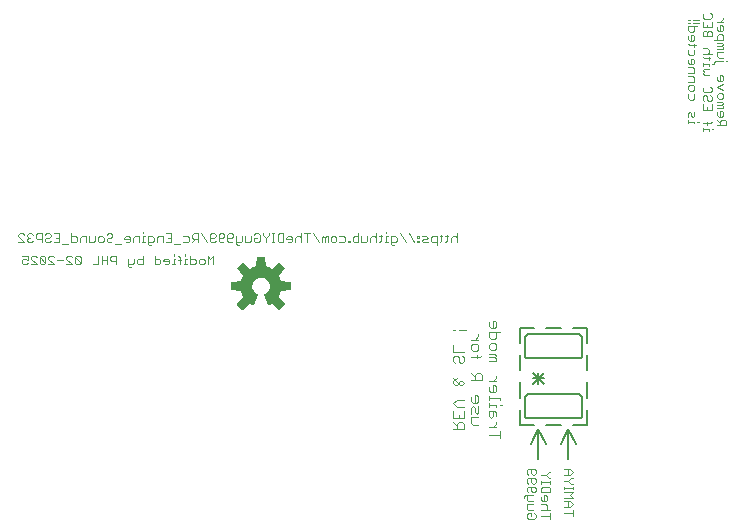
<source format=gbr>
G04 EAGLE Gerber RS-274X export*
G75*
%MOMM*%
%FSLAX34Y34*%
%LPD*%
%INSilkscreen Bottom*%
%IPPOS*%
%AMOC8*
5,1,8,0,0,1.08239X$1,22.5*%
G01*
%ADD10C,0.203200*%
%ADD11C,0.076200*%
%ADD12C,0.127000*%
%ADD13C,0.152400*%

G36*
X377375Y297430D02*
X377375Y297430D01*
X377431Y297430D01*
X377459Y297445D01*
X377491Y297450D01*
X377550Y297490D01*
X377586Y297508D01*
X377595Y297520D01*
X377611Y297531D01*
X381919Y301839D01*
X381936Y301866D01*
X381960Y301887D01*
X381981Y301939D01*
X382010Y301986D01*
X382013Y302018D01*
X382025Y302048D01*
X382022Y302103D01*
X382027Y302159D01*
X382015Y302189D01*
X382013Y302221D01*
X381979Y302284D01*
X381965Y302321D01*
X381954Y302331D01*
X381945Y302348D01*
X376978Y308439D01*
X378167Y310749D01*
X378174Y310775D01*
X378191Y310807D01*
X378983Y313281D01*
X386802Y314075D01*
X386833Y314085D01*
X386865Y314086D01*
X386914Y314113D01*
X386966Y314131D01*
X386989Y314154D01*
X387017Y314169D01*
X387049Y314215D01*
X387088Y314254D01*
X387098Y314285D01*
X387117Y314311D01*
X387130Y314381D01*
X387143Y314419D01*
X387141Y314434D01*
X387144Y314453D01*
X387144Y320547D01*
X387137Y320578D01*
X387139Y320610D01*
X387117Y320661D01*
X387105Y320716D01*
X387084Y320740D01*
X387072Y320770D01*
X387030Y320806D01*
X386995Y320849D01*
X386965Y320862D01*
X386941Y320883D01*
X386872Y320904D01*
X386836Y320920D01*
X386821Y320920D01*
X386802Y320925D01*
X378983Y321719D01*
X378191Y324193D01*
X378178Y324216D01*
X378167Y324251D01*
X376978Y326561D01*
X381945Y332652D01*
X381959Y332680D01*
X381980Y332704D01*
X381996Y332757D01*
X382021Y332807D01*
X382021Y332839D01*
X382030Y332870D01*
X382020Y332925D01*
X382020Y332981D01*
X382005Y333009D01*
X382000Y333041D01*
X381960Y333100D01*
X381942Y333136D01*
X381930Y333145D01*
X381919Y333161D01*
X377611Y337469D01*
X377584Y337486D01*
X377563Y337510D01*
X377511Y337531D01*
X377464Y337560D01*
X377432Y337563D01*
X377402Y337575D01*
X377347Y337572D01*
X377291Y337577D01*
X377261Y337565D01*
X377229Y337563D01*
X377166Y337529D01*
X377129Y337515D01*
X377119Y337504D01*
X377102Y337495D01*
X371011Y332528D01*
X368701Y333717D01*
X368675Y333724D01*
X368643Y333741D01*
X366169Y334533D01*
X365375Y342352D01*
X365367Y342378D01*
X365366Y342390D01*
X365365Y342393D01*
X365364Y342415D01*
X365337Y342464D01*
X365319Y342516D01*
X365296Y342539D01*
X365281Y342567D01*
X365235Y342599D01*
X365196Y342638D01*
X365165Y342648D01*
X365139Y342667D01*
X365069Y342680D01*
X365031Y342693D01*
X365016Y342691D01*
X364997Y342694D01*
X358903Y342694D01*
X358872Y342687D01*
X358840Y342689D01*
X358789Y342667D01*
X358734Y342655D01*
X358710Y342634D01*
X358680Y342622D01*
X358644Y342580D01*
X358601Y342545D01*
X358588Y342515D01*
X358567Y342491D01*
X358546Y342422D01*
X358530Y342386D01*
X358530Y342371D01*
X358528Y342364D01*
X358527Y342362D01*
X358527Y342361D01*
X358525Y342352D01*
X357731Y334533D01*
X355257Y333741D01*
X355234Y333728D01*
X355199Y333717D01*
X352889Y332528D01*
X346798Y337495D01*
X346770Y337509D01*
X346746Y337530D01*
X346693Y337546D01*
X346643Y337571D01*
X346611Y337571D01*
X346580Y337580D01*
X346525Y337570D01*
X346469Y337570D01*
X346441Y337555D01*
X346409Y337550D01*
X346350Y337510D01*
X346315Y337492D01*
X346305Y337480D01*
X346289Y337469D01*
X341981Y333161D01*
X341964Y333134D01*
X341940Y333113D01*
X341919Y333061D01*
X341890Y333014D01*
X341887Y332982D01*
X341875Y332952D01*
X341879Y332897D01*
X341873Y332841D01*
X341885Y332811D01*
X341887Y332779D01*
X341921Y332716D01*
X341935Y332679D01*
X341946Y332669D01*
X341955Y332652D01*
X346922Y326561D01*
X345733Y324251D01*
X345726Y324225D01*
X345709Y324193D01*
X344917Y321719D01*
X337098Y320925D01*
X337067Y320915D01*
X337035Y320914D01*
X336986Y320887D01*
X336934Y320869D01*
X336911Y320846D01*
X336883Y320831D01*
X336851Y320785D01*
X336812Y320746D01*
X336802Y320715D01*
X336783Y320689D01*
X336770Y320619D01*
X336757Y320581D01*
X336759Y320566D01*
X336756Y320547D01*
X336756Y314453D01*
X336763Y314422D01*
X336761Y314390D01*
X336783Y314339D01*
X336795Y314284D01*
X336816Y314260D01*
X336828Y314230D01*
X336870Y314194D01*
X336905Y314151D01*
X336935Y314138D01*
X336959Y314117D01*
X337028Y314096D01*
X337064Y314080D01*
X337079Y314080D01*
X337098Y314075D01*
X344917Y313281D01*
X345709Y310807D01*
X345722Y310784D01*
X345733Y310749D01*
X346922Y308439D01*
X341955Y302348D01*
X341941Y302320D01*
X341920Y302296D01*
X341904Y302243D01*
X341879Y302193D01*
X341879Y302161D01*
X341870Y302130D01*
X341880Y302075D01*
X341880Y302019D01*
X341895Y301991D01*
X341900Y301959D01*
X341940Y301900D01*
X341958Y301865D01*
X341970Y301855D01*
X341981Y301839D01*
X346289Y297531D01*
X346316Y297514D01*
X346337Y297490D01*
X346389Y297469D01*
X346436Y297440D01*
X346468Y297437D01*
X346498Y297425D01*
X346553Y297429D01*
X346609Y297423D01*
X346639Y297435D01*
X346671Y297437D01*
X346734Y297471D01*
X346771Y297485D01*
X346781Y297496D01*
X346798Y297505D01*
X352889Y302472D01*
X355198Y301282D01*
X355262Y301266D01*
X355325Y301243D01*
X355346Y301245D01*
X355366Y301240D01*
X355431Y301254D01*
X355497Y301261D01*
X355515Y301272D01*
X355535Y301277D01*
X355587Y301318D01*
X355643Y301354D01*
X355656Y301373D01*
X355671Y301385D01*
X355687Y301420D01*
X355723Y301474D01*
X359311Y310136D01*
X359316Y310168D01*
X359330Y310196D01*
X359330Y310252D01*
X359339Y310307D01*
X359330Y310338D01*
X359330Y310369D01*
X359305Y310420D01*
X359289Y310473D01*
X359267Y310496D01*
X359253Y310525D01*
X359197Y310571D01*
X359170Y310599D01*
X359156Y310604D01*
X359141Y310617D01*
X357764Y311361D01*
X356598Y312345D01*
X355658Y313547D01*
X354984Y314915D01*
X354603Y316393D01*
X354531Y317917D01*
X354773Y319423D01*
X355317Y320849D01*
X356141Y322133D01*
X357210Y323222D01*
X358478Y324070D01*
X359893Y324640D01*
X361395Y324910D01*
X362920Y324867D01*
X364404Y324514D01*
X365785Y323864D01*
X367004Y322947D01*
X368010Y321800D01*
X368761Y320471D01*
X369224Y319018D01*
X369381Y317499D01*
X369238Y316050D01*
X368815Y314656D01*
X368129Y313372D01*
X367205Y312246D01*
X366079Y311322D01*
X364761Y310617D01*
X364736Y310596D01*
X364707Y310582D01*
X364672Y310539D01*
X364631Y310503D01*
X364618Y310473D01*
X364598Y310448D01*
X364586Y310394D01*
X364565Y310343D01*
X364567Y310310D01*
X364560Y310278D01*
X364574Y310209D01*
X364577Y310170D01*
X364585Y310156D01*
X364589Y310136D01*
X368177Y301474D01*
X368216Y301420D01*
X368248Y301363D01*
X368265Y301351D01*
X368278Y301334D01*
X368336Y301303D01*
X368391Y301265D01*
X368412Y301262D01*
X368431Y301252D01*
X368497Y301251D01*
X368563Y301241D01*
X368586Y301248D01*
X368604Y301247D01*
X368639Y301264D01*
X368702Y301282D01*
X371011Y302472D01*
X377102Y297505D01*
X377130Y297491D01*
X377154Y297470D01*
X377207Y297454D01*
X377257Y297429D01*
X377289Y297429D01*
X377320Y297420D01*
X377375Y297430D01*
G37*
D10*
X628650Y184150D02*
X622300Y196850D01*
X622300Y171450D01*
X615950Y184150D02*
X622300Y196850D01*
X603250Y184150D02*
X596900Y196850D01*
X596900Y171450D01*
X590550Y184150D02*
X596900Y196850D01*
D11*
X618617Y125528D02*
X625989Y125528D01*
X625989Y123071D02*
X625989Y127986D01*
X623532Y130555D02*
X618617Y130555D01*
X623532Y130555D02*
X625989Y133012D01*
X623532Y135470D01*
X618617Y135470D01*
X622303Y135470D02*
X622303Y130555D01*
X618617Y138039D02*
X625989Y138039D01*
X623532Y140497D01*
X625989Y142954D01*
X618617Y142954D01*
X618617Y145523D02*
X618617Y147981D01*
X618617Y146752D02*
X625989Y146752D01*
X625989Y145523D02*
X625989Y147981D01*
X625989Y150513D02*
X624761Y150513D01*
X622303Y152970D01*
X624761Y155428D01*
X625989Y155428D01*
X622303Y152970D02*
X618617Y152970D01*
X618617Y157997D02*
X623532Y157997D01*
X625989Y160454D01*
X623532Y162912D01*
X618617Y162912D01*
X622303Y162912D02*
X622303Y157997D01*
X606685Y123033D02*
X599313Y123033D01*
X606685Y120576D02*
X606685Y125491D01*
X606685Y128060D02*
X599313Y128060D01*
X602999Y128060D02*
X604228Y129289D01*
X604228Y131746D01*
X602999Y132975D01*
X599313Y132975D01*
X599313Y136773D02*
X599313Y139231D01*
X599313Y136773D02*
X600542Y135544D01*
X602999Y135544D01*
X604228Y136773D01*
X604228Y139231D01*
X602999Y140459D01*
X601770Y140459D01*
X601770Y135544D01*
X599313Y143029D02*
X606685Y143029D01*
X599313Y143029D02*
X599313Y146715D01*
X600542Y147943D01*
X605457Y147943D01*
X606685Y146715D01*
X606685Y143029D01*
X599313Y150513D02*
X599313Y152970D01*
X599313Y151741D02*
X606685Y151741D01*
X606685Y150513D02*
X606685Y152970D01*
X606685Y155502D02*
X605457Y155502D01*
X602999Y157960D01*
X605457Y160417D01*
X606685Y160417D01*
X602999Y157960D02*
X599313Y157960D01*
X593265Y125491D02*
X594493Y124262D01*
X594493Y121805D01*
X593265Y120576D01*
X588350Y120576D01*
X587121Y121805D01*
X587121Y124262D01*
X588350Y125491D01*
X590807Y125491D01*
X590807Y123033D01*
X592036Y128060D02*
X588350Y128060D01*
X587121Y129289D01*
X587121Y132975D01*
X592036Y132975D01*
X592036Y135544D02*
X588350Y135544D01*
X587121Y136773D01*
X587121Y140459D01*
X585892Y140459D02*
X592036Y140459D01*
X585892Y140459D02*
X584664Y139231D01*
X584664Y138002D01*
X588350Y143029D02*
X587121Y144257D01*
X587121Y146715D01*
X588350Y147943D01*
X593265Y147943D01*
X594493Y146715D01*
X594493Y144257D01*
X593265Y143029D01*
X592036Y143029D01*
X590807Y144257D01*
X590807Y147943D01*
X588350Y150513D02*
X587121Y151741D01*
X587121Y154199D01*
X588350Y155428D01*
X593265Y155428D01*
X594493Y154199D01*
X594493Y151741D01*
X593265Y150513D01*
X592036Y150513D01*
X590807Y151741D01*
X590807Y155428D01*
X588350Y157997D02*
X587121Y159226D01*
X587121Y161683D01*
X588350Y162912D01*
X593265Y162912D01*
X594493Y161683D01*
X594493Y159226D01*
X593265Y157997D01*
X592036Y157997D01*
X590807Y159226D01*
X590807Y162912D01*
D10*
X638175Y200025D02*
X638175Y213163D01*
X638175Y223163D02*
X638175Y236300D01*
X638175Y246300D02*
X638175Y259438D01*
X638175Y269438D02*
X638175Y282575D01*
X581025Y213163D02*
X581025Y200025D01*
X581025Y223163D02*
X581025Y236300D01*
X581025Y246300D02*
X581025Y259438D01*
X581025Y269438D02*
X581025Y282575D01*
X625792Y200025D02*
X638175Y200025D01*
X615792Y200025D02*
X603408Y200025D01*
X593408Y200025D02*
X581025Y200025D01*
X625792Y282575D02*
X638175Y282575D01*
X615792Y282575D02*
X603408Y282575D01*
X593408Y282575D02*
X581025Y282575D01*
D12*
X591907Y244450D02*
X601906Y234451D01*
X591907Y234451D02*
X601906Y244450D01*
X596906Y244450D02*
X596906Y234451D01*
X591907Y239450D02*
X601906Y239450D01*
D11*
X564460Y191775D02*
X555054Y191775D01*
X564460Y188640D02*
X564460Y194911D01*
X561324Y197995D02*
X555054Y197995D01*
X558189Y197995D02*
X561324Y201130D01*
X561324Y202698D01*
X561324Y207359D02*
X561324Y210494D01*
X559757Y212062D01*
X555054Y212062D01*
X555054Y207359D01*
X556621Y205791D01*
X558189Y207359D01*
X558189Y212062D01*
X561324Y215146D02*
X561324Y216714D01*
X555054Y216714D01*
X555054Y215146D02*
X555054Y218282D01*
X564460Y216714D02*
X566027Y216714D01*
X564460Y221383D02*
X564460Y222951D01*
X555054Y222951D01*
X555054Y224518D02*
X555054Y221383D01*
X555054Y229188D02*
X555054Y232323D01*
X555054Y229188D02*
X556621Y227620D01*
X559757Y227620D01*
X561324Y229188D01*
X561324Y232323D01*
X559757Y233891D01*
X558189Y233891D01*
X558189Y227620D01*
X555054Y236975D02*
X561324Y236975D01*
X558189Y236975D02*
X561324Y240110D01*
X561324Y241678D01*
X561324Y254126D02*
X555054Y254126D01*
X561324Y254126D02*
X561324Y255694D01*
X559757Y257262D01*
X555054Y257262D01*
X559757Y257262D02*
X561324Y258829D01*
X559757Y260397D01*
X555054Y260397D01*
X555054Y265049D02*
X555054Y268184D01*
X556621Y269752D01*
X559757Y269752D01*
X561324Y268184D01*
X561324Y265049D01*
X559757Y263481D01*
X556621Y263481D01*
X555054Y265049D01*
X555054Y279107D02*
X564460Y279107D01*
X555054Y279107D02*
X555054Y274404D01*
X556621Y272837D01*
X559757Y272837D01*
X561324Y274404D01*
X561324Y279107D01*
X555054Y283759D02*
X555054Y286895D01*
X555054Y283759D02*
X556621Y282192D01*
X559757Y282192D01*
X561324Y283759D01*
X561324Y286895D01*
X559757Y288462D01*
X558189Y288462D01*
X558189Y282192D01*
X546084Y200334D02*
X541381Y200334D01*
X539814Y201902D01*
X539814Y206605D01*
X546084Y206605D01*
X539814Y209689D02*
X539814Y214392D01*
X541381Y215960D01*
X542949Y214392D01*
X542949Y211257D01*
X544517Y209689D01*
X546084Y211257D01*
X546084Y215960D01*
X539814Y220612D02*
X539814Y223747D01*
X539814Y220612D02*
X541381Y219044D01*
X544517Y219044D01*
X546084Y220612D01*
X546084Y223747D01*
X544517Y225315D01*
X542949Y225315D01*
X542949Y219044D01*
X539814Y237755D02*
X549220Y237755D01*
X549220Y242458D01*
X547652Y244025D01*
X544517Y244025D01*
X542949Y242458D01*
X542949Y237755D01*
X542949Y240890D02*
X539814Y244025D01*
X539814Y258033D02*
X547652Y258033D01*
X549220Y259600D01*
X544517Y259600D02*
X544517Y256465D01*
X539814Y264269D02*
X539814Y267405D01*
X541381Y268973D01*
X544517Y268973D01*
X546084Y267405D01*
X546084Y264269D01*
X544517Y262702D01*
X541381Y262702D01*
X539814Y264269D01*
X539814Y272057D02*
X546084Y272057D01*
X542949Y272057D02*
X546084Y275192D01*
X546084Y276760D01*
X533980Y196436D02*
X524574Y196436D01*
X533980Y196436D02*
X533980Y201139D01*
X532412Y202707D01*
X529277Y202707D01*
X527709Y201139D01*
X527709Y196436D01*
X527709Y199571D02*
X524574Y202707D01*
X533980Y205791D02*
X533980Y212062D01*
X533980Y205791D02*
X524574Y205791D01*
X524574Y212062D01*
X529277Y208926D02*
X529277Y205791D01*
X527709Y215146D02*
X533980Y215146D01*
X527709Y215146D02*
X524574Y218282D01*
X527709Y221417D01*
X533980Y221417D01*
X524574Y236992D02*
X527709Y240127D01*
X524574Y236992D02*
X524574Y235424D01*
X526141Y233857D01*
X527709Y233857D01*
X530844Y236992D01*
X532412Y236992D01*
X533980Y235424D01*
X532412Y233857D01*
X530844Y233857D01*
X524574Y240127D01*
X533980Y257270D02*
X532412Y258838D01*
X533980Y257270D02*
X533980Y254135D01*
X532412Y252567D01*
X530844Y252567D01*
X529277Y254135D01*
X529277Y257270D01*
X527709Y258838D01*
X526141Y258838D01*
X524574Y257270D01*
X524574Y254135D01*
X526141Y252567D01*
X524574Y261922D02*
X533980Y261922D01*
X524574Y261922D02*
X524574Y268193D01*
X524574Y280633D02*
X526141Y280633D01*
X529277Y280633D02*
X535547Y280633D01*
X528035Y354838D02*
X528035Y362210D01*
X526807Y359753D02*
X528035Y358524D01*
X526807Y359753D02*
X524349Y359753D01*
X523121Y358524D01*
X523121Y354838D01*
X519323Y356067D02*
X519323Y360982D01*
X519323Y356067D02*
X518094Y354838D01*
X518094Y359753D02*
X520551Y359753D01*
X514333Y360982D02*
X514333Y356067D01*
X513104Y354838D01*
X513104Y359753D02*
X515562Y359753D01*
X510572Y359753D02*
X510572Y352381D01*
X510572Y359753D02*
X506886Y359753D01*
X505658Y358524D01*
X505658Y356067D01*
X506886Y354838D01*
X510572Y354838D01*
X503088Y354838D02*
X499402Y354838D01*
X498173Y356067D01*
X499402Y357295D01*
X501860Y357295D01*
X503088Y358524D01*
X501860Y359753D01*
X498173Y359753D01*
X495604Y359753D02*
X494375Y359753D01*
X494375Y358524D01*
X495604Y358524D01*
X495604Y359753D01*
X495604Y356067D02*
X494375Y356067D01*
X494375Y354838D01*
X495604Y354838D01*
X495604Y356067D01*
X491862Y354838D02*
X486947Y362210D01*
X479463Y362210D02*
X484378Y354838D01*
X474436Y352381D02*
X473208Y352381D01*
X471979Y353609D01*
X471979Y359753D01*
X475665Y359753D01*
X476894Y358524D01*
X476894Y356067D01*
X475665Y354838D01*
X471979Y354838D01*
X469410Y359753D02*
X468181Y359753D01*
X468181Y354838D01*
X469410Y354838D02*
X466952Y354838D01*
X468181Y362210D02*
X468181Y363439D01*
X463191Y360982D02*
X463191Y356067D01*
X461963Y354838D01*
X461963Y359753D02*
X464420Y359753D01*
X459431Y362210D02*
X459431Y354838D01*
X459431Y358524D02*
X458202Y359753D01*
X455745Y359753D01*
X454516Y358524D01*
X454516Y354838D01*
X451947Y356067D02*
X451947Y359753D01*
X451947Y356067D02*
X450718Y354838D01*
X447032Y354838D01*
X447032Y359753D01*
X444462Y362210D02*
X444462Y354838D01*
X440776Y354838D01*
X439548Y356067D01*
X439548Y358524D01*
X440776Y359753D01*
X444462Y359753D01*
X436978Y356067D02*
X436978Y354838D01*
X436978Y356067D02*
X435750Y356067D01*
X435750Y354838D01*
X436978Y354838D01*
X432007Y359753D02*
X428321Y359753D01*
X432007Y359753D02*
X433236Y358524D01*
X433236Y356067D01*
X432007Y354838D01*
X428321Y354838D01*
X424523Y354838D02*
X422066Y354838D01*
X420837Y356067D01*
X420837Y358524D01*
X422066Y359753D01*
X424523Y359753D01*
X425752Y358524D01*
X425752Y356067D01*
X424523Y354838D01*
X418268Y354838D02*
X418268Y359753D01*
X417039Y359753D01*
X415810Y358524D01*
X415810Y354838D01*
X415810Y358524D02*
X414582Y359753D01*
X413353Y358524D01*
X413353Y354838D01*
X410784Y354838D02*
X405869Y362210D01*
X400842Y362210D02*
X400842Y354838D01*
X403300Y362210D02*
X398385Y362210D01*
X395815Y362210D02*
X395815Y354838D01*
X395815Y358524D02*
X394587Y359753D01*
X392129Y359753D01*
X390901Y358524D01*
X390901Y354838D01*
X387103Y354838D02*
X384645Y354838D01*
X387103Y354838D02*
X388331Y356067D01*
X388331Y358524D01*
X387103Y359753D01*
X384645Y359753D01*
X383416Y358524D01*
X383416Y357295D01*
X388331Y357295D01*
X380847Y354838D02*
X380847Y362210D01*
X380847Y354838D02*
X377161Y354838D01*
X375932Y356067D01*
X375932Y360982D01*
X377161Y362210D01*
X380847Y362210D01*
X373363Y354838D02*
X370905Y354838D01*
X372134Y354838D02*
X372134Y362210D01*
X373363Y362210D02*
X370905Y362210D01*
X368373Y362210D02*
X368373Y360982D01*
X365916Y358524D01*
X363459Y360982D01*
X363459Y362210D01*
X365916Y358524D02*
X365916Y354838D01*
X357203Y362210D02*
X355974Y360982D01*
X357203Y362210D02*
X359661Y362210D01*
X360889Y360982D01*
X360889Y356067D01*
X359661Y354838D01*
X357203Y354838D01*
X355974Y356067D01*
X355974Y358524D01*
X358432Y358524D01*
X353405Y359753D02*
X353405Y356067D01*
X352176Y354838D01*
X348490Y354838D01*
X348490Y359753D01*
X345921Y359753D02*
X345921Y356067D01*
X344692Y354838D01*
X341006Y354838D01*
X341006Y353609D02*
X341006Y359753D01*
X341006Y353609D02*
X342235Y352381D01*
X343464Y352381D01*
X338437Y356067D02*
X337208Y354838D01*
X334751Y354838D01*
X333522Y356067D01*
X333522Y360982D01*
X334751Y362210D01*
X337208Y362210D01*
X338437Y360982D01*
X338437Y359753D01*
X337208Y358524D01*
X333522Y358524D01*
X330953Y356067D02*
X329724Y354838D01*
X327267Y354838D01*
X326038Y356067D01*
X326038Y360982D01*
X327267Y362210D01*
X329724Y362210D01*
X330953Y360982D01*
X330953Y359753D01*
X329724Y358524D01*
X326038Y358524D01*
X323469Y356067D02*
X322240Y354838D01*
X319782Y354838D01*
X318554Y356067D01*
X318554Y360982D01*
X319782Y362210D01*
X322240Y362210D01*
X323469Y360982D01*
X323469Y359753D01*
X322240Y358524D01*
X318554Y358524D01*
X315984Y354838D02*
X311070Y362210D01*
X308500Y362210D02*
X308500Y354838D01*
X308500Y362210D02*
X304814Y362210D01*
X303585Y360982D01*
X303585Y358524D01*
X304814Y357295D01*
X308500Y357295D01*
X306043Y357295D02*
X303585Y354838D01*
X299787Y359753D02*
X296101Y359753D01*
X299787Y359753D02*
X301016Y358524D01*
X301016Y356067D01*
X299787Y354838D01*
X296101Y354838D01*
X293532Y353609D02*
X288617Y353609D01*
X286048Y362210D02*
X281133Y362210D01*
X286048Y362210D02*
X286048Y354838D01*
X281133Y354838D01*
X283590Y358524D02*
X286048Y358524D01*
X278564Y359753D02*
X278564Y354838D01*
X278564Y359753D02*
X274877Y359753D01*
X273649Y358524D01*
X273649Y354838D01*
X268622Y352381D02*
X267393Y352381D01*
X266165Y353609D01*
X266165Y359753D01*
X269851Y359753D01*
X271079Y358524D01*
X271079Y356067D01*
X269851Y354838D01*
X266165Y354838D01*
X263595Y359753D02*
X262367Y359753D01*
X262367Y354838D01*
X263595Y354838D02*
X261138Y354838D01*
X262367Y362210D02*
X262367Y363439D01*
X258606Y359753D02*
X258606Y354838D01*
X258606Y359753D02*
X254920Y359753D01*
X253691Y358524D01*
X253691Y354838D01*
X249893Y354838D02*
X247436Y354838D01*
X249893Y354838D02*
X251122Y356067D01*
X251122Y358524D01*
X249893Y359753D01*
X247436Y359753D01*
X246207Y358524D01*
X246207Y357295D01*
X251122Y357295D01*
X243638Y353609D02*
X238723Y353609D01*
X231239Y360982D02*
X232467Y362210D01*
X234925Y362210D01*
X236153Y360982D01*
X236153Y359753D01*
X234925Y358524D01*
X232467Y358524D01*
X231239Y357295D01*
X231239Y356067D01*
X232467Y354838D01*
X234925Y354838D01*
X236153Y356067D01*
X227441Y354838D02*
X224983Y354838D01*
X223754Y356067D01*
X223754Y358524D01*
X224983Y359753D01*
X227441Y359753D01*
X228669Y358524D01*
X228669Y356067D01*
X227441Y354838D01*
X221185Y356067D02*
X221185Y359753D01*
X221185Y356067D02*
X219956Y354838D01*
X216270Y354838D01*
X216270Y359753D01*
X213701Y359753D02*
X213701Y354838D01*
X213701Y359753D02*
X210015Y359753D01*
X208786Y358524D01*
X208786Y354838D01*
X201302Y354838D02*
X201302Y362210D01*
X201302Y354838D02*
X204988Y354838D01*
X206217Y356067D01*
X206217Y358524D01*
X204988Y359753D01*
X201302Y359753D01*
X198733Y353609D02*
X193818Y353609D01*
X191248Y362210D02*
X186334Y362210D01*
X191248Y362210D02*
X191248Y354838D01*
X186334Y354838D01*
X188791Y358524D02*
X191248Y358524D01*
X180078Y362210D02*
X178849Y360982D01*
X180078Y362210D02*
X182536Y362210D01*
X183764Y360982D01*
X183764Y359753D01*
X182536Y358524D01*
X180078Y358524D01*
X178849Y357295D01*
X178849Y356067D01*
X180078Y354838D01*
X182536Y354838D01*
X183764Y356067D01*
X176280Y354838D02*
X176280Y362210D01*
X172594Y362210D01*
X171365Y360982D01*
X171365Y358524D01*
X172594Y357295D01*
X176280Y357295D01*
X168796Y360982D02*
X167567Y362210D01*
X165110Y362210D01*
X163881Y360982D01*
X163881Y359753D01*
X165110Y358524D01*
X166339Y358524D01*
X165110Y358524D02*
X163881Y357295D01*
X163881Y356067D01*
X165110Y354838D01*
X167567Y354838D01*
X168796Y356067D01*
X161312Y354838D02*
X156397Y354838D01*
X161312Y354838D02*
X156397Y359753D01*
X156397Y360982D01*
X157626Y362210D01*
X160083Y362210D01*
X161312Y360982D01*
X748284Y453668D02*
X755656Y453668D01*
X755656Y457354D01*
X754428Y458582D01*
X751970Y458582D01*
X750741Y457354D01*
X750741Y453668D01*
X750741Y456125D02*
X748284Y458582D01*
X748284Y462380D02*
X748284Y464838D01*
X748284Y462380D02*
X749513Y461152D01*
X751970Y461152D01*
X753199Y462380D01*
X753199Y464838D01*
X751970Y466067D01*
X750741Y466067D01*
X750741Y461152D01*
X748284Y468636D02*
X753199Y468636D01*
X753199Y469865D01*
X751970Y471093D01*
X748284Y471093D01*
X751970Y471093D02*
X753199Y472322D01*
X751970Y473551D01*
X748284Y473551D01*
X748284Y477349D02*
X748284Y479806D01*
X749513Y481035D01*
X751970Y481035D01*
X753199Y479806D01*
X753199Y477349D01*
X751970Y476120D01*
X749513Y476120D01*
X748284Y477349D01*
X753199Y483604D02*
X748284Y486062D01*
X753199Y488519D01*
X748284Y492317D02*
X748284Y494774D01*
X748284Y492317D02*
X749513Y491088D01*
X751970Y491088D01*
X753199Y492317D01*
X753199Y494774D01*
X751970Y496003D01*
X750741Y496003D01*
X750741Y491088D01*
X745827Y506057D02*
X745827Y507285D01*
X747055Y508514D01*
X753199Y508514D01*
X755656Y508514D02*
X756885Y508514D01*
X753199Y511046D02*
X749513Y511046D01*
X748284Y512275D01*
X748284Y515961D01*
X753199Y515961D01*
X753199Y518530D02*
X748284Y518530D01*
X753199Y518530D02*
X753199Y519759D01*
X751970Y520988D01*
X748284Y520988D01*
X751970Y520988D02*
X753199Y522216D01*
X751970Y523445D01*
X748284Y523445D01*
X745827Y526014D02*
X753199Y526014D01*
X753199Y529701D01*
X751970Y530929D01*
X749513Y530929D01*
X748284Y529701D01*
X748284Y526014D01*
X748284Y534727D02*
X748284Y537185D01*
X748284Y534727D02*
X749513Y533499D01*
X751970Y533499D01*
X753199Y534727D01*
X753199Y537185D01*
X751970Y538413D01*
X750741Y538413D01*
X750741Y533499D01*
X748284Y540983D02*
X753199Y540983D01*
X753199Y543440D02*
X750741Y540983D01*
X753199Y543440D02*
X753199Y544669D01*
X741007Y450530D02*
X741007Y449302D01*
X741007Y450530D02*
X736092Y450530D01*
X736092Y449302D02*
X736092Y451759D01*
X743464Y450530D02*
X744693Y450530D01*
X742236Y455520D02*
X736092Y455520D01*
X742236Y455520D02*
X743464Y456749D01*
X739778Y456749D02*
X739778Y454291D01*
X743464Y466765D02*
X743464Y471680D01*
X743464Y466765D02*
X736092Y466765D01*
X736092Y471680D01*
X739778Y469222D02*
X739778Y466765D01*
X743464Y477935D02*
X742236Y479164D01*
X743464Y477935D02*
X743464Y475478D01*
X742236Y474249D01*
X741007Y474249D01*
X739778Y475478D01*
X739778Y477935D01*
X738549Y479164D01*
X737321Y479164D01*
X736092Y477935D01*
X736092Y475478D01*
X737321Y474249D01*
X743464Y485419D02*
X742236Y486648D01*
X743464Y485419D02*
X743464Y482962D01*
X742236Y481733D01*
X737321Y481733D01*
X736092Y482962D01*
X736092Y485419D01*
X737321Y486648D01*
X737321Y496701D02*
X741007Y496701D01*
X737321Y496701D02*
X736092Y497930D01*
X737321Y499159D01*
X736092Y500388D01*
X737321Y501616D01*
X741007Y501616D01*
X741007Y504186D02*
X741007Y505414D01*
X736092Y505414D01*
X736092Y504186D02*
X736092Y506643D01*
X743464Y505414D02*
X744693Y505414D01*
X742236Y510404D02*
X737321Y510404D01*
X736092Y511632D01*
X741007Y511632D02*
X741007Y509175D01*
X743464Y514164D02*
X736092Y514164D01*
X739778Y514164D02*
X741007Y515393D01*
X741007Y517851D01*
X739778Y519079D01*
X736092Y519079D01*
X736092Y529133D02*
X743464Y529133D01*
X743464Y532819D01*
X742236Y534048D01*
X741007Y534048D01*
X739778Y532819D01*
X738549Y534048D01*
X737321Y534048D01*
X736092Y532819D01*
X736092Y529133D01*
X739778Y529133D02*
X739778Y532819D01*
X743464Y536617D02*
X743464Y541532D01*
X743464Y536617D02*
X736092Y536617D01*
X736092Y541532D01*
X739778Y539074D02*
X739778Y536617D01*
X743464Y547787D02*
X742236Y549016D01*
X743464Y547787D02*
X743464Y545330D01*
X742236Y544101D01*
X737321Y544101D01*
X736092Y545330D01*
X736092Y547787D01*
X737321Y549016D01*
X728815Y456767D02*
X728815Y455539D01*
X728815Y456767D02*
X723900Y456767D01*
X723900Y455539D02*
X723900Y457996D01*
X731272Y456767D02*
X732501Y456767D01*
X723900Y460528D02*
X723900Y464214D01*
X725129Y465443D01*
X726357Y464214D01*
X726357Y461757D01*
X727586Y460528D01*
X728815Y461757D01*
X728815Y465443D01*
X728815Y476725D02*
X728815Y480411D01*
X728815Y476725D02*
X727586Y475496D01*
X725129Y475496D01*
X723900Y476725D01*
X723900Y480411D01*
X723900Y484209D02*
X723900Y486667D01*
X725129Y487895D01*
X727586Y487895D01*
X728815Y486667D01*
X728815Y484209D01*
X727586Y482980D01*
X725129Y482980D01*
X723900Y484209D01*
X723900Y490465D02*
X728815Y490465D01*
X728815Y494151D01*
X727586Y495379D01*
X723900Y495379D01*
X723900Y497949D02*
X728815Y497949D01*
X728815Y501635D01*
X727586Y502864D01*
X723900Y502864D01*
X723900Y506662D02*
X723900Y509119D01*
X723900Y506662D02*
X725129Y505433D01*
X727586Y505433D01*
X728815Y506662D01*
X728815Y509119D01*
X727586Y510348D01*
X726357Y510348D01*
X726357Y505433D01*
X728815Y514146D02*
X728815Y517832D01*
X728815Y514146D02*
X727586Y512917D01*
X725129Y512917D01*
X723900Y514146D01*
X723900Y517832D01*
X725129Y521630D02*
X730044Y521630D01*
X725129Y521630D02*
X723900Y522859D01*
X728815Y522859D02*
X728815Y520401D01*
X723900Y526619D02*
X723900Y529077D01*
X723900Y526619D02*
X725129Y525391D01*
X727586Y525391D01*
X728815Y526619D01*
X728815Y529077D01*
X727586Y530306D01*
X726357Y530306D01*
X726357Y525391D01*
X723900Y537790D02*
X731272Y537790D01*
X723900Y537790D02*
X723900Y534104D01*
X725129Y532875D01*
X727586Y532875D01*
X728815Y534104D01*
X728815Y537790D01*
X725129Y540359D02*
X723900Y540359D01*
X727586Y540359D02*
X732501Y540359D01*
X725129Y542854D02*
X723900Y542854D01*
X727586Y542854D02*
X732501Y542854D01*
X321657Y343414D02*
X321657Y336042D01*
X319200Y340957D02*
X321657Y343414D01*
X319200Y340957D02*
X316742Y343414D01*
X316742Y336042D01*
X312944Y336042D02*
X310487Y336042D01*
X309258Y337271D01*
X309258Y339728D01*
X310487Y340957D01*
X312944Y340957D01*
X314173Y339728D01*
X314173Y337271D01*
X312944Y336042D01*
X301774Y336042D02*
X301774Y343414D01*
X301774Y336042D02*
X305460Y336042D01*
X306689Y337271D01*
X306689Y339728D01*
X305460Y340957D01*
X301774Y340957D01*
X299205Y340957D02*
X297976Y340957D01*
X297976Y336042D01*
X299205Y336042D02*
X296747Y336042D01*
X297976Y343414D02*
X297976Y344643D01*
X292987Y342186D02*
X292987Y336042D01*
X292987Y342186D02*
X291758Y343414D01*
X291758Y339728D02*
X294215Y339728D01*
X289226Y340957D02*
X287997Y340957D01*
X287997Y336042D01*
X289226Y336042D02*
X286768Y336042D01*
X287997Y343414D02*
X287997Y344643D01*
X283008Y336042D02*
X280550Y336042D01*
X283008Y336042D02*
X284236Y337271D01*
X284236Y339728D01*
X283008Y340957D01*
X280550Y340957D01*
X279322Y339728D01*
X279322Y338499D01*
X284236Y338499D01*
X271837Y336042D02*
X271837Y343414D01*
X271837Y336042D02*
X275524Y336042D01*
X276752Y337271D01*
X276752Y339728D01*
X275524Y340957D01*
X271837Y340957D01*
X261784Y343414D02*
X261784Y336042D01*
X258098Y336042D01*
X256869Y337271D01*
X256869Y339728D01*
X258098Y340957D01*
X261784Y340957D01*
X254300Y340957D02*
X254300Y337271D01*
X253071Y336042D01*
X249385Y336042D01*
X249385Y334813D02*
X249385Y340957D01*
X249385Y334813D02*
X250614Y333585D01*
X251842Y333585D01*
X239332Y336042D02*
X239332Y343414D01*
X235645Y343414D01*
X234417Y342186D01*
X234417Y339728D01*
X235645Y338499D01*
X239332Y338499D01*
X231847Y336042D02*
X231847Y343414D01*
X231847Y339728D02*
X226933Y339728D01*
X226933Y343414D02*
X226933Y336042D01*
X224363Y336042D02*
X224363Y343414D01*
X224363Y336042D02*
X219448Y336042D01*
X209395Y337271D02*
X209395Y342186D01*
X208166Y343414D01*
X205709Y343414D01*
X204480Y342186D01*
X204480Y337271D01*
X205709Y336042D01*
X208166Y336042D01*
X209395Y337271D01*
X204480Y342186D01*
X201911Y336042D02*
X196996Y336042D01*
X201911Y336042D02*
X196996Y340957D01*
X196996Y342186D01*
X198225Y343414D01*
X200682Y343414D01*
X201911Y342186D01*
X194427Y339728D02*
X189512Y339728D01*
X186942Y336042D02*
X182028Y336042D01*
X186942Y336042D02*
X182028Y340957D01*
X182028Y342186D01*
X183256Y343414D01*
X185714Y343414D01*
X186942Y342186D01*
X179458Y342186D02*
X179458Y337271D01*
X179458Y342186D02*
X178230Y343414D01*
X175772Y343414D01*
X174543Y342186D01*
X174543Y337271D01*
X175772Y336042D01*
X178230Y336042D01*
X179458Y337271D01*
X174543Y342186D01*
X171974Y336042D02*
X167059Y336042D01*
X171974Y336042D02*
X167059Y340957D01*
X167059Y342186D01*
X168288Y343414D01*
X170745Y343414D01*
X171974Y342186D01*
X164490Y343414D02*
X159575Y343414D01*
X164490Y343414D02*
X164490Y339728D01*
X162033Y340957D01*
X160804Y340957D01*
X159575Y339728D01*
X159575Y337271D01*
X160804Y336042D01*
X163261Y336042D01*
X164490Y337271D01*
D13*
X588010Y276860D02*
X631190Y276860D01*
X633730Y259080D02*
X633728Y258980D01*
X633722Y258881D01*
X633712Y258781D01*
X633699Y258683D01*
X633681Y258584D01*
X633660Y258487D01*
X633635Y258391D01*
X633606Y258295D01*
X633573Y258201D01*
X633537Y258108D01*
X633497Y258017D01*
X633453Y257927D01*
X633406Y257839D01*
X633356Y257753D01*
X633302Y257669D01*
X633245Y257587D01*
X633185Y257508D01*
X633121Y257430D01*
X633055Y257356D01*
X632986Y257284D01*
X632914Y257215D01*
X632840Y257149D01*
X632762Y257085D01*
X632683Y257025D01*
X632601Y256968D01*
X632517Y256914D01*
X632431Y256864D01*
X632343Y256817D01*
X632253Y256773D01*
X632162Y256733D01*
X632069Y256697D01*
X631975Y256664D01*
X631879Y256635D01*
X631783Y256610D01*
X631686Y256589D01*
X631587Y256571D01*
X631489Y256558D01*
X631389Y256548D01*
X631290Y256542D01*
X631190Y256540D01*
X588010Y256540D02*
X587910Y256542D01*
X587811Y256548D01*
X587711Y256558D01*
X587613Y256571D01*
X587514Y256589D01*
X587417Y256610D01*
X587321Y256635D01*
X587225Y256664D01*
X587131Y256697D01*
X587038Y256733D01*
X586947Y256773D01*
X586857Y256817D01*
X586769Y256864D01*
X586683Y256914D01*
X586599Y256968D01*
X586517Y257025D01*
X586438Y257085D01*
X586360Y257149D01*
X586286Y257215D01*
X586214Y257284D01*
X586145Y257356D01*
X586079Y257430D01*
X586015Y257508D01*
X585955Y257587D01*
X585898Y257669D01*
X585844Y257753D01*
X585794Y257839D01*
X585747Y257927D01*
X585703Y258017D01*
X585663Y258108D01*
X585627Y258201D01*
X585594Y258295D01*
X585565Y258391D01*
X585540Y258487D01*
X585519Y258584D01*
X585501Y258683D01*
X585488Y258781D01*
X585478Y258881D01*
X585472Y258980D01*
X585470Y259080D01*
X585470Y274320D02*
X585472Y274420D01*
X585478Y274519D01*
X585488Y274619D01*
X585501Y274717D01*
X585519Y274816D01*
X585540Y274913D01*
X585565Y275009D01*
X585594Y275105D01*
X585627Y275199D01*
X585663Y275292D01*
X585703Y275383D01*
X585747Y275473D01*
X585794Y275561D01*
X585844Y275647D01*
X585898Y275731D01*
X585955Y275813D01*
X586015Y275892D01*
X586079Y275970D01*
X586145Y276044D01*
X586214Y276116D01*
X586286Y276185D01*
X586360Y276251D01*
X586438Y276315D01*
X586517Y276375D01*
X586599Y276432D01*
X586683Y276486D01*
X586769Y276536D01*
X586857Y276583D01*
X586947Y276627D01*
X587038Y276667D01*
X587131Y276703D01*
X587225Y276736D01*
X587321Y276765D01*
X587417Y276790D01*
X587514Y276811D01*
X587613Y276829D01*
X587711Y276842D01*
X587811Y276852D01*
X587910Y276858D01*
X588010Y276860D01*
X631190Y276860D02*
X631290Y276858D01*
X631389Y276852D01*
X631489Y276842D01*
X631587Y276829D01*
X631686Y276811D01*
X631783Y276790D01*
X631879Y276765D01*
X631975Y276736D01*
X632069Y276703D01*
X632162Y276667D01*
X632253Y276627D01*
X632343Y276583D01*
X632431Y276536D01*
X632517Y276486D01*
X632601Y276432D01*
X632683Y276375D01*
X632762Y276315D01*
X632840Y276251D01*
X632914Y276185D01*
X632986Y276116D01*
X633055Y276044D01*
X633121Y275970D01*
X633185Y275892D01*
X633245Y275813D01*
X633302Y275731D01*
X633356Y275647D01*
X633406Y275561D01*
X633453Y275473D01*
X633497Y275383D01*
X633537Y275292D01*
X633573Y275199D01*
X633606Y275105D01*
X633635Y275009D01*
X633660Y274913D01*
X633681Y274816D01*
X633699Y274717D01*
X633712Y274619D01*
X633722Y274519D01*
X633728Y274420D01*
X633730Y274320D01*
X633730Y259080D01*
X585470Y259080D02*
X585470Y274320D01*
X588010Y256540D02*
X631190Y256540D01*
X631190Y226060D02*
X588010Y226060D01*
X631190Y205740D02*
X631290Y205742D01*
X631389Y205748D01*
X631489Y205758D01*
X631587Y205771D01*
X631686Y205789D01*
X631783Y205810D01*
X631879Y205835D01*
X631975Y205864D01*
X632069Y205897D01*
X632162Y205933D01*
X632253Y205973D01*
X632343Y206017D01*
X632431Y206064D01*
X632517Y206114D01*
X632601Y206168D01*
X632683Y206225D01*
X632762Y206285D01*
X632840Y206349D01*
X632914Y206415D01*
X632986Y206484D01*
X633055Y206556D01*
X633121Y206630D01*
X633185Y206708D01*
X633245Y206787D01*
X633302Y206869D01*
X633356Y206953D01*
X633406Y207039D01*
X633453Y207127D01*
X633497Y207217D01*
X633537Y207308D01*
X633573Y207401D01*
X633606Y207495D01*
X633635Y207591D01*
X633660Y207687D01*
X633681Y207784D01*
X633699Y207883D01*
X633712Y207981D01*
X633722Y208081D01*
X633728Y208180D01*
X633730Y208280D01*
X588010Y205740D02*
X587910Y205742D01*
X587811Y205748D01*
X587711Y205758D01*
X587613Y205771D01*
X587514Y205789D01*
X587417Y205810D01*
X587321Y205835D01*
X587225Y205864D01*
X587131Y205897D01*
X587038Y205933D01*
X586947Y205973D01*
X586857Y206017D01*
X586769Y206064D01*
X586683Y206114D01*
X586599Y206168D01*
X586517Y206225D01*
X586438Y206285D01*
X586360Y206349D01*
X586286Y206415D01*
X586214Y206484D01*
X586145Y206556D01*
X586079Y206630D01*
X586015Y206708D01*
X585955Y206787D01*
X585898Y206869D01*
X585844Y206953D01*
X585794Y207039D01*
X585747Y207127D01*
X585703Y207217D01*
X585663Y207308D01*
X585627Y207401D01*
X585594Y207495D01*
X585565Y207591D01*
X585540Y207687D01*
X585519Y207784D01*
X585501Y207883D01*
X585488Y207981D01*
X585478Y208081D01*
X585472Y208180D01*
X585470Y208280D01*
X585470Y223520D02*
X585472Y223620D01*
X585478Y223719D01*
X585488Y223819D01*
X585501Y223917D01*
X585519Y224016D01*
X585540Y224113D01*
X585565Y224209D01*
X585594Y224305D01*
X585627Y224399D01*
X585663Y224492D01*
X585703Y224583D01*
X585747Y224673D01*
X585794Y224761D01*
X585844Y224847D01*
X585898Y224931D01*
X585955Y225013D01*
X586015Y225092D01*
X586079Y225170D01*
X586145Y225244D01*
X586214Y225316D01*
X586286Y225385D01*
X586360Y225451D01*
X586438Y225515D01*
X586517Y225575D01*
X586599Y225632D01*
X586683Y225686D01*
X586769Y225736D01*
X586857Y225783D01*
X586947Y225827D01*
X587038Y225867D01*
X587131Y225903D01*
X587225Y225936D01*
X587321Y225965D01*
X587417Y225990D01*
X587514Y226011D01*
X587613Y226029D01*
X587711Y226042D01*
X587811Y226052D01*
X587910Y226058D01*
X588010Y226060D01*
X631190Y226060D02*
X631290Y226058D01*
X631389Y226052D01*
X631489Y226042D01*
X631587Y226029D01*
X631686Y226011D01*
X631783Y225990D01*
X631879Y225965D01*
X631975Y225936D01*
X632069Y225903D01*
X632162Y225867D01*
X632253Y225827D01*
X632343Y225783D01*
X632431Y225736D01*
X632517Y225686D01*
X632601Y225632D01*
X632683Y225575D01*
X632762Y225515D01*
X632840Y225451D01*
X632914Y225385D01*
X632986Y225316D01*
X633055Y225244D01*
X633121Y225170D01*
X633185Y225092D01*
X633245Y225013D01*
X633302Y224931D01*
X633356Y224847D01*
X633406Y224761D01*
X633453Y224673D01*
X633497Y224583D01*
X633537Y224492D01*
X633573Y224399D01*
X633606Y224305D01*
X633635Y224209D01*
X633660Y224113D01*
X633681Y224016D01*
X633699Y223917D01*
X633712Y223819D01*
X633722Y223719D01*
X633728Y223620D01*
X633730Y223520D01*
X633730Y208280D01*
X585470Y208280D02*
X585470Y223520D01*
X588010Y205740D02*
X631190Y205740D01*
M02*

</source>
